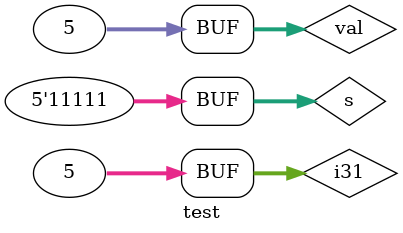
<source format=v>
`include "../lib/mux_32to1.v"

module test;

  reg  [4:0] s;
  reg  [31:0] i31, i30, i29, i28, i27, i26, i25, i24, i23,i22, i21, i20, i19, i18, i17, i16;
  reg  [31:0] i15, i14, i13, i12, i11, i10, i9, i8, i7,i6, i5, i4, i3, i2, i1, i0;
  wire [31:0] z;

  reg [31:0] val, expect;
  mux_32to1 mux(
    .s  (s ),
    .i31(i31),  
    .i30(i30),
    .i29(i29),
    .i28(i28),
    .i27(i27),
    .i26(i26),
    .i25(i25),
    .i24(i24),
    .i23(i23),
    .i22(i22),
    .i21(i21),
    .i20(i20),
    .i19(i19),
    .i18(i18),
    .i17(i17),
    .i16(i16),
    .i15(i15),   
    .i14(i14),
    .i13(i13),
    .i12(i12),
    .i11(i11),
    .i10(i10),
    .i9 (i9 ),
    .i8 (i8 ),
    .i7 (i7 ),
    .i6 (i6 ),
    .i5 (i5 ),
    .i4 (i4 ),
    .i3 (i3 ),
    .i2 (i2 ),
    .i1 (i1 ),
    .i0 (i0 ),
    .z  (z ));
  
  initial begin
    $monitor($time, ": %d expect=%d", val, expect);
    #5 i31 = 5; val = i31; s = 5'b11111;
    
  end

// 0000 0
// 0001 1
// 0010 2
// 0011 3
// 0100 4
// 0101 5
// 0110 6
// 0111 7
// 1000 8
// 1001 9
// 1010 10
// 1011 11
// 1100 12
// 1101 13
// 1110 14
// 1111 15
 
endmodule

</source>
